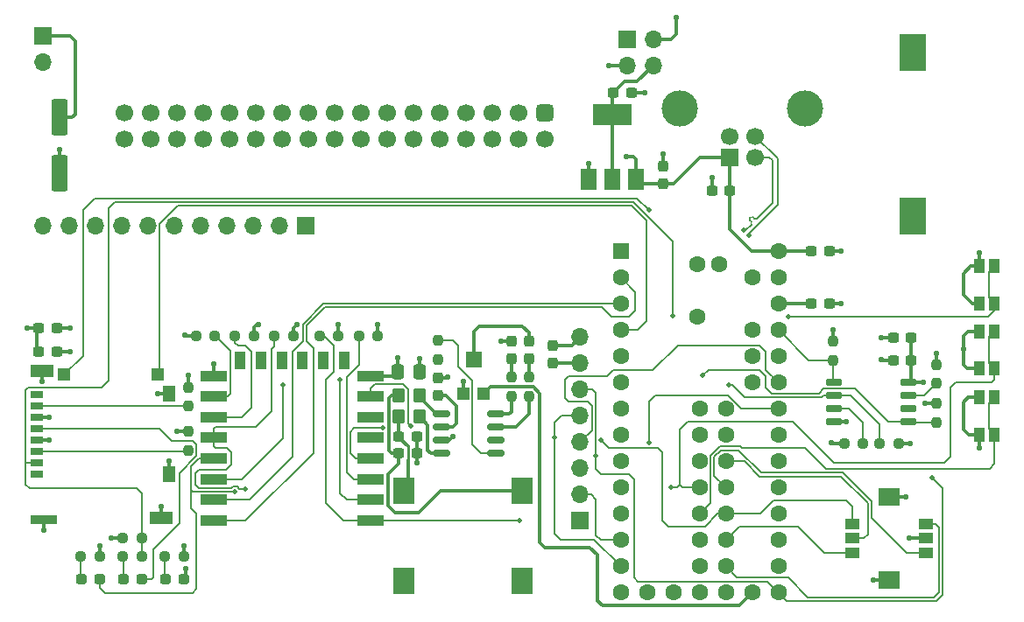
<source format=gbr>
%TF.GenerationSoftware,KiCad,Pcbnew,7.0.1*%
%TF.CreationDate,2023-04-16T22:16:48+10:00*%
%TF.ProjectId,XCopy Standalone,58436f70-7920-4537-9461-6e64616c6f6e,rev?*%
%TF.SameCoordinates,Original*%
%TF.FileFunction,Copper,L1,Top*%
%TF.FilePolarity,Positive*%
%FSLAX46Y46*%
G04 Gerber Fmt 4.6, Leading zero omitted, Abs format (unit mm)*
G04 Created by KiCad (PCBNEW 7.0.1) date 2023-04-16 22:16:48*
%MOMM*%
%LPD*%
G01*
G04 APERTURE LIST*
G04 Aperture macros list*
%AMRoundRect*
0 Rectangle with rounded corners*
0 $1 Rounding radius*
0 $2 $3 $4 $5 $6 $7 $8 $9 X,Y pos of 4 corners*
0 Add a 4 corners polygon primitive as box body*
4,1,4,$2,$3,$4,$5,$6,$7,$8,$9,$2,$3,0*
0 Add four circle primitives for the rounded corners*
1,1,$1+$1,$2,$3*
1,1,$1+$1,$4,$5*
1,1,$1+$1,$6,$7*
1,1,$1+$1,$8,$9*
0 Add four rect primitives between the rounded corners*
20,1,$1+$1,$2,$3,$4,$5,0*
20,1,$1+$1,$4,$5,$6,$7,0*
20,1,$1+$1,$6,$7,$8,$9,0*
20,1,$1+$1,$8,$9,$2,$3,0*%
G04 Aperture macros list end*
%TA.AperFunction,SMDPad,CuDef*%
%ADD10R,1.050000X1.400000*%
%TD*%
%TA.AperFunction,SMDPad,CuDef*%
%ADD11RoundRect,0.237500X0.237500X-0.300000X0.237500X0.300000X-0.237500X0.300000X-0.237500X-0.300000X0*%
%TD*%
%TA.AperFunction,SMDPad,CuDef*%
%ADD12RoundRect,0.237500X-0.250000X-0.237500X0.250000X-0.237500X0.250000X0.237500X-0.250000X0.237500X0*%
%TD*%
%TA.AperFunction,SMDPad,CuDef*%
%ADD13RoundRect,0.237500X0.300000X0.237500X-0.300000X0.237500X-0.300000X-0.237500X0.300000X-0.237500X0*%
%TD*%
%TA.AperFunction,SMDPad,CuDef*%
%ADD14RoundRect,0.237500X-0.287500X-0.237500X0.287500X-0.237500X0.287500X0.237500X-0.287500X0.237500X0*%
%TD*%
%TA.AperFunction,ComponentPad*%
%ADD15O,1.700000X1.700000*%
%TD*%
%TA.AperFunction,ComponentPad*%
%ADD16R,1.700000X1.700000*%
%TD*%
%TA.AperFunction,SMDPad,CuDef*%
%ADD17RoundRect,0.150000X-0.650000X-0.150000X0.650000X-0.150000X0.650000X0.150000X-0.650000X0.150000X0*%
%TD*%
%TA.AperFunction,ComponentPad*%
%ADD18RoundRect,0.425000X0.425000X-0.425000X0.425000X0.425000X-0.425000X0.425000X-0.425000X-0.425000X0*%
%TD*%
%TA.AperFunction,ComponentPad*%
%ADD19C,1.700000*%
%TD*%
%TA.AperFunction,SMDPad,CuDef*%
%ADD20RoundRect,0.237500X-0.237500X0.300000X-0.237500X-0.300000X0.237500X-0.300000X0.237500X0.300000X0*%
%TD*%
%TA.AperFunction,SMDPad,CuDef*%
%ADD21RoundRect,0.237500X-0.300000X-0.237500X0.300000X-0.237500X0.300000X0.237500X-0.300000X0.237500X0*%
%TD*%
%TA.AperFunction,SMDPad,CuDef*%
%ADD22RoundRect,0.237500X0.250000X0.237500X-0.250000X0.237500X-0.250000X-0.237500X0.250000X-0.237500X0*%
%TD*%
%TA.AperFunction,SMDPad,CuDef*%
%ADD23R,2.500000X1.000000*%
%TD*%
%TA.AperFunction,SMDPad,CuDef*%
%ADD24R,1.000000X1.800000*%
%TD*%
%TA.AperFunction,SMDPad,CuDef*%
%ADD25RoundRect,0.250000X-0.337500X-0.475000X0.337500X-0.475000X0.337500X0.475000X-0.337500X0.475000X0*%
%TD*%
%TA.AperFunction,SMDPad,CuDef*%
%ADD26RoundRect,0.237500X0.237500X-0.250000X0.237500X0.250000X-0.237500X0.250000X-0.237500X-0.250000X0*%
%TD*%
%TA.AperFunction,ComponentPad*%
%ADD27R,1.600000X1.600000*%
%TD*%
%TA.AperFunction,ComponentPad*%
%ADD28C,1.600000*%
%TD*%
%TA.AperFunction,SMDPad,CuDef*%
%ADD29RoundRect,0.250000X-0.550000X1.500000X-0.550000X-1.500000X0.550000X-1.500000X0.550000X1.500000X0*%
%TD*%
%TA.AperFunction,ComponentPad*%
%ADD30C,3.500000*%
%TD*%
%TA.AperFunction,SMDPad,CuDef*%
%ADD31RoundRect,0.237500X-0.237500X0.250000X-0.237500X-0.250000X0.237500X-0.250000X0.237500X0.250000X0*%
%TD*%
%TA.AperFunction,SMDPad,CuDef*%
%ADD32RoundRect,0.250000X0.350000X0.450000X-0.350000X0.450000X-0.350000X-0.450000X0.350000X-0.450000X0*%
%TD*%
%TA.AperFunction,SMDPad,CuDef*%
%ADD33R,1.350000X1.000000*%
%TD*%
%TA.AperFunction,SMDPad,CuDef*%
%ADD34R,2.000000X1.800000*%
%TD*%
%TA.AperFunction,SMDPad,CuDef*%
%ADD35RoundRect,0.150000X0.675000X0.150000X-0.675000X0.150000X-0.675000X-0.150000X0.675000X-0.150000X0*%
%TD*%
%TA.AperFunction,SMDPad,CuDef*%
%ADD36R,1.240000X0.800000*%
%TD*%
%TA.AperFunction,SMDPad,CuDef*%
%ADD37R,1.200000X1.160000*%
%TD*%
%TA.AperFunction,SMDPad,CuDef*%
%ADD38R,2.500000X0.950000*%
%TD*%
%TA.AperFunction,SMDPad,CuDef*%
%ADD39R,2.200000X1.150000*%
%TD*%
%TA.AperFunction,SMDPad,CuDef*%
%ADD40R,1.150000X1.500000*%
%TD*%
%TA.AperFunction,SMDPad,CuDef*%
%ADD41R,1.250000X1.160000*%
%TD*%
%TA.AperFunction,SMDPad,CuDef*%
%ADD42R,1.500000X2.000000*%
%TD*%
%TA.AperFunction,SMDPad,CuDef*%
%ADD43R,3.800000X2.000000*%
%TD*%
%TA.AperFunction,SMDPad,CuDef*%
%ADD44R,1.200000X1.200000*%
%TD*%
%TA.AperFunction,SMDPad,CuDef*%
%ADD45R,1.600000X1.500000*%
%TD*%
%TA.AperFunction,SMDPad,CuDef*%
%ADD46R,2.000000X2.500000*%
%TD*%
%TA.AperFunction,SMDPad,CuDef*%
%ADD47R,2.600000X3.600000*%
%TD*%
%TA.AperFunction,ViaPad*%
%ADD48C,0.460000*%
%TD*%
%TA.AperFunction,ViaPad*%
%ADD49C,0.560000*%
%TD*%
%TA.AperFunction,Conductor*%
%ADD50C,0.304800*%
%TD*%
%TA.AperFunction,Conductor*%
%ADD51C,0.152400*%
%TD*%
%TA.AperFunction,Conductor*%
%ADD52C,0.200000*%
%TD*%
%TA.AperFunction,Conductor*%
%ADD53C,0.250000*%
%TD*%
G04 APERTURE END LIST*
D10*
%TO.P,SW2,1,1*%
%TO.N,GND*%
X142922200Y-93697200D03*
X142922200Y-90097200D03*
%TO.P,SW2,2,2*%
%TO.N,ESP_RESET*%
X144362200Y-93697200D03*
X144362200Y-90097200D03*
%TD*%
D11*
%TO.P,C12,1*%
%TO.N,VBUS*%
X90598600Y-96290300D03*
%TO.P,C12,2*%
%TO.N,GND*%
X90598600Y-94565300D03*
%TD*%
D12*
%TO.P,R11,1*%
%TO.N,+3.3V*%
X60145900Y-110134400D03*
%TO.P,R11,2*%
%TO.N,SD_CS*%
X61970900Y-110134400D03*
%TD*%
D13*
%TO.P,C5,1*%
%TO.N,VBUS*%
X118800100Y-76456700D03*
%TO.P,C5,2*%
%TO.N,GND*%
X117075100Y-76456700D03*
%TD*%
D14*
%TO.P,D3,1,K*%
%TO.N,Net-(D3-K)*%
X60228400Y-114096800D03*
%TO.P,D3,2,A*%
%TO.N,SCK*%
X61978400Y-114096800D03*
%TD*%
D13*
%TO.P,C16,1*%
%TO.N,GND*%
X88540100Y-101904800D03*
%TO.P,C16,2*%
%TO.N,/Sound & Video/PAM_SPK+*%
X86815100Y-101904800D03*
%TD*%
D15*
%TO.P,U6,1,GND*%
%TO.N,GND*%
X104342300Y-90652000D03*
%TO.P,U6,2,VCC*%
%TO.N,+3V3*%
X104342300Y-93192000D03*
%TO.P,U6,3,SCL*%
%TO.N,SCK*%
X104342300Y-95732000D03*
%TO.P,U6,4,MOSI*%
%TO.N,MOSI*%
X104342300Y-98272000D03*
%TO.P,U6,5,RESET*%
%TO.N,TFT_RESET*%
X104342300Y-100812000D03*
%TO.P,U6,6,D/~{C}*%
%TO.N,TFT_DC*%
X104342300Y-103352000D03*
%TO.P,U6,7,~{CS}*%
%TO.N,TFT_CS*%
X104342300Y-105892000D03*
D16*
%TO.P,U6,8,BACK_LITE*%
%TO.N,+3V3*%
X104342300Y-108432000D03*
%TD*%
D17*
%TO.P,U4,1,~{CS}*%
%TO.N,FLASH_CS*%
X128893200Y-95046800D03*
%TO.P,U4,2,DO(IO1)*%
%TO.N,MISO*%
X128893200Y-96316800D03*
%TO.P,U4,3,IO2*%
%TO.N,Net-(U4-IO2)*%
X128893200Y-97586800D03*
%TO.P,U4,4,GND*%
%TO.N,GND*%
X128893200Y-98856800D03*
%TO.P,U4,5,DI(IO0)*%
%TO.N,MOSI*%
X136093200Y-98856800D03*
%TO.P,U4,6,CLK*%
%TO.N,SCK*%
X136093200Y-97586800D03*
%TO.P,U4,7,IO3*%
%TO.N,Net-(U4-IO3)*%
X136093200Y-96316800D03*
%TO.P,U4,8,VCC*%
%TO.N,+3.3V*%
X136093200Y-95046800D03*
%TD*%
D13*
%TO.P,C11,1*%
%TO.N,+3.3V*%
X136321250Y-90728800D03*
%TO.P,C11,2*%
%TO.N,GND*%
X134596250Y-90728800D03*
%TD*%
D10*
%TO.P,SW4,1,1*%
%TO.N,GND*%
X142922200Y-87398000D03*
X142922200Y-83798000D03*
%TO.P,SW4,2,2*%
%TO.N,TEENSY_RESET*%
X144362200Y-87398000D03*
X144362200Y-83798000D03*
%TD*%
D12*
%TO.P,R6,1*%
%TO.N,Net-(D1-K)*%
X56081900Y-111912400D03*
%TO.P,R6,2*%
%TO.N,GND*%
X57906900Y-111912400D03*
%TD*%
D18*
%TO.P,J1,1,Pin_1*%
%TO.N,GND*%
X100939600Y-68969300D03*
D19*
%TO.P,J1,2,Pin_2*%
%TO.N,DENSITY*%
X100939600Y-71509300D03*
%TO.P,J1,3,Pin_3*%
%TO.N,GND*%
X98399600Y-68969300D03*
%TO.P,J1,4,Pin_4*%
%TO.N,unconnected-(J1-Pin_4-Pad4)*%
X98399600Y-71509300D03*
%TO.P,J1,5,Pin_5*%
%TO.N,GND*%
X95859600Y-68969300D03*
%TO.P,J1,6,Pin_6*%
%TO.N,unconnected-(J1-Pin_6-Pad6)*%
X95859600Y-71509300D03*
%TO.P,J1,7,Pin_7*%
%TO.N,GND*%
X93319600Y-68969300D03*
%TO.P,J1,8,Pin_8*%
%TO.N,INDEX*%
X93319600Y-71509300D03*
%TO.P,J1,9,Pin_9*%
%TO.N,GND*%
X90779600Y-68969300D03*
%TO.P,J1,10,Pin_10*%
%TO.N,unconnected-(J1-Pin_10-Pad10)*%
X90779600Y-71509300D03*
%TO.P,J1,11,Pin_11*%
%TO.N,GND*%
X88239600Y-68969300D03*
%TO.P,J1,12,Pin_12*%
%TO.N,DRIVE_SELECT*%
X88239600Y-71509300D03*
%TO.P,J1,13,Pin_13*%
%TO.N,GND*%
X85699600Y-68969300D03*
%TO.P,J1,14,Pin_14*%
%TO.N,unconnected-(J1-Pin_14-Pad14)*%
X85699600Y-71509300D03*
%TO.P,J1,15,Pin_15*%
%TO.N,GND*%
X83159600Y-68969300D03*
%TO.P,J1,16,Pin_16*%
%TO.N,MOTOR*%
X83159600Y-71509300D03*
%TO.P,J1,17,Pin_17*%
%TO.N,GND*%
X80619600Y-68969300D03*
%TO.P,J1,18,Pin_18*%
%TO.N,DIRECTION*%
X80619600Y-71509300D03*
%TO.P,J1,19,Pin_19*%
%TO.N,GND*%
X78079600Y-68969300D03*
%TO.P,J1,20,Pin_20*%
%TO.N,STEP*%
X78079600Y-71509300D03*
%TO.P,J1,21,Pin_21*%
%TO.N,GND*%
X75539600Y-68969300D03*
%TO.P,J1,22,Pin_22*%
%TO.N,WRITE_DATA*%
X75539600Y-71509300D03*
%TO.P,J1,23,Pin_23*%
%TO.N,GND*%
X72999600Y-68969300D03*
%TO.P,J1,24,Pin_24*%
%TO.N,WRITE_ENABLE*%
X72999600Y-71509300D03*
%TO.P,J1,25,Pin_25*%
%TO.N,GND*%
X70459600Y-68969300D03*
%TO.P,J1,26,Pin_26*%
%TO.N,TRACK_0*%
X70459600Y-71509300D03*
%TO.P,J1,27,Pin_27*%
%TO.N,GND*%
X67919600Y-68969300D03*
%TO.P,J1,28,Pin_28*%
%TO.N,WRITE_PROTECT*%
X67919600Y-71509300D03*
%TO.P,J1,29,Pin_29*%
%TO.N,GND*%
X65379600Y-68969300D03*
%TO.P,J1,30,Pin_30*%
%TO.N,READ_DATA*%
X65379600Y-71509300D03*
%TO.P,J1,31,Pin_31*%
%TO.N,GND*%
X62839600Y-68969300D03*
%TO.P,J1,32,Pin_32*%
%TO.N,HEAD_SELECT*%
X62839600Y-71509300D03*
%TO.P,J1,33,Pin_33*%
%TO.N,GND*%
X60299600Y-68969300D03*
%TO.P,J1,34,Pin_34*%
%TO.N,DISK_CHANGE*%
X60299600Y-71509300D03*
%TD*%
D11*
%TO.P,C6,1*%
%TO.N,VBUS*%
X112318800Y-75843300D03*
%TO.P,C6,2*%
%TO.N,GND*%
X112318800Y-74118300D03*
%TD*%
D20*
%TO.P,C13,1*%
%TO.N,/Sound & Video/AUDIO_INP_CAP*%
X99361600Y-91008900D03*
%TO.P,C13,2*%
%TO.N,/Sound & Video/AUDIO_INP_CR*%
X99361600Y-92733900D03*
%TD*%
D21*
%TO.P,C7,1*%
%TO.N,+3V3*%
X107544700Y-67005200D03*
%TO.P,C7,2*%
%TO.N,GND*%
X109269700Y-67005200D03*
%TD*%
D22*
%TO.P,R3,1*%
%TO.N,+3V3*%
X76601300Y-90525600D03*
%TO.P,R3,2*%
%TO.N,ESP_PROG*%
X74776300Y-90525600D03*
%TD*%
D23*
%TO.P,U2,1,~{RST}*%
%TO.N,ESP_RESET*%
X84101600Y-108394800D03*
%TO.P,U2,2,ADC*%
%TO.N,/ESP8266/PH1_ADC*%
X84101600Y-106394800D03*
%TO.P,U2,3,EN*%
%TO.N,/ESP8266/ESP_ENABLE*%
X84101600Y-104394800D03*
%TO.P,U2,4,GPIO16*%
%TO.N,/ESP8266/PH11_GPIO16*%
X84101600Y-102394800D03*
%TO.P,U2,5,GPIO14*%
%TO.N,/ESP8266/PH10_GPIO14*%
X84101600Y-100394800D03*
%TO.P,U2,6,GPIO12*%
%TO.N,/ESP8266/PH9_GPIO12*%
X84101600Y-98394800D03*
%TO.P,U2,7,GPIO13*%
%TO.N,JOY_LEFT*%
X84101600Y-96394800D03*
%TO.P,U2,8,VCC*%
%TO.N,+3V3*%
X84101600Y-94394800D03*
D24*
%TO.P,U2,9,CS0*%
%TO.N,/ESP8266/PH2_CS0*%
X81501600Y-92894800D03*
%TO.P,U2,10,MISO*%
%TO.N,/ESP8266/PH3_MISO*%
X79501600Y-92894800D03*
%TO.P,U2,11,GPIO9*%
%TO.N,/ESP8266/PH4_GPIO9*%
X77501600Y-92894800D03*
%TO.P,U2,12,GPIO10*%
%TO.N,/ESP8266/PH5_GPIO10*%
X75501600Y-92894800D03*
%TO.P,U2,13,MOSI*%
%TO.N,/ESP8266/PH6_MOSI*%
X73501600Y-92894800D03*
%TO.P,U2,14,SCLK*%
%TO.N,/ESP8266/PH7_SCLK*%
X71501600Y-92894800D03*
D23*
%TO.P,U2,15,GND*%
%TO.N,GND*%
X68901600Y-94394800D03*
%TO.P,U2,16,GPIO15*%
%TO.N,/ESP8266/GPIO15*%
X68901600Y-96394800D03*
%TO.P,U2,17,GPIO2*%
%TO.N,/ESP8266/GPIO_2*%
X68901600Y-98394800D03*
%TO.P,U2,18,GPIO0*%
%TO.N,ESP_PROG*%
X68901600Y-100394800D03*
%TO.P,U2,19,GPIO4*%
%TO.N,BUSY*%
X68901600Y-102394800D03*
%TO.P,U2,20,GPIO5*%
%TO.N,/ESP8266/PH8_GPIO5*%
X68901600Y-104394800D03*
%TO.P,U2,21,GPIO3/RXD*%
%TO.N,TX*%
X68901600Y-106394800D03*
%TO.P,U2,22,GPIO1/TXD*%
%TO.N,RX*%
X68901600Y-108394800D03*
%TD*%
D25*
%TO.P,C3,1*%
%TO.N,+3V3*%
X86744900Y-94030800D03*
%TO.P,C3,2*%
%TO.N,GND*%
X88819900Y-94030800D03*
%TD*%
D13*
%TO.P,C15,1*%
%TO.N,GND*%
X88540100Y-100253800D03*
%TO.P,C15,2*%
%TO.N,/Sound & Video/PAM_SPK-*%
X86815100Y-100253800D03*
%TD*%
D16*
%TO.P,J3,1,Pin_1*%
%TO.N,VBUS*%
X52374800Y-61518800D03*
D15*
%TO.P,J3,2,Pin_2*%
%TO.N,GND*%
X52374800Y-64058800D03*
%TD*%
D22*
%TO.P,R2,1*%
%TO.N,+3V3*%
X80970100Y-90525600D03*
%TO.P,R2,2*%
%TO.N,ESP_RESET*%
X79145100Y-90525600D03*
%TD*%
D26*
%TO.P,R17,1*%
%TO.N,VBUS*%
X90573200Y-92809700D03*
%TO.P,R17,2*%
%TO.N,/Sound & Video/PAM_SD*%
X90573200Y-90984700D03*
%TD*%
D13*
%TO.P,C1,1*%
%TO.N,GND*%
X128418100Y-82346800D03*
%TO.P,C1,2*%
%TO.N,VBUS*%
X126693100Y-82346800D03*
%TD*%
D11*
%TO.P,C14,1*%
%TO.N,/Sound & Video/AUDIO_INN_CR*%
X97710600Y-92733900D03*
%TO.P,C14,2*%
%TO.N,GND*%
X97710600Y-91008900D03*
%TD*%
D22*
%TO.P,R5,1*%
%TO.N,/ESP8266/GPIO15*%
X69032100Y-90525600D03*
%TO.P,R5,2*%
%TO.N,GND*%
X67207100Y-90525600D03*
%TD*%
D27*
%TO.P,U1,1,GND*%
%TO.N,GND*%
X108251600Y-82346800D03*
D28*
%TO.P,U1,2,0_RX1_Touch*%
%TO.N,RX*%
X108251600Y-84886800D03*
%TO.P,U1,3,1_TX1_Touch*%
%TO.N,TX*%
X108251600Y-87426800D03*
%TO.P,U1,4,2*%
%TO.N,SD_CD*%
X108251600Y-89966800D03*
%TO.P,U1,5,3_TX_PWM*%
%TO.N,DISK_CHANGE*%
X108251600Y-92506800D03*
%TO.P,U1,6,4_RX_PWM*%
%TO.N,HEAD_SELECT*%
X108251600Y-95046800D03*
%TO.P,U1,7,5_TX1_PWM*%
%TO.N,READ_DATA*%
X108251600Y-97586800D03*
%TO.P,U1,8,6_PWM*%
%TO.N,WRITE_PROTECT*%
X108251600Y-100126800D03*
%TO.P,U1,9,7_RX3_DOUT*%
%TO.N,TRACK_0*%
X108251600Y-102666800D03*
%TO.P,U1,10,8_TX3_DIN*%
%TO.N,WRITE_ENABLE*%
X108251600Y-105206800D03*
%TO.P,U1,11,9_RX2_CS_PWM*%
%TO.N,WRITE_DATA*%
X108251600Y-107746800D03*
%TO.P,U1,12,10_TX2_CS_PWM*%
%TO.N,TFT_CS*%
X108251600Y-110286800D03*
%TO.P,U1,13,11_DOUT*%
%TO.N,MOSI*%
X108251600Y-112826800D03*
%TO.P,U1,14,12_DIN*%
%TO.N,MISO*%
X108251600Y-115366800D03*
%TO.P,U1,15,VBat*%
%TO.N,BAT_+*%
X110791600Y-115366800D03*
%TO.P,U1,16,3.3V*%
%TO.N,unconnected-(U1-3.3V-Pad16)*%
X113331600Y-115366800D03*
%TO.P,U1,17,GND*%
%TO.N,BAT_-*%
X115871600Y-115366800D03*
%TO.P,U1,18,Program*%
%TO.N,unconnected-(U1-Program-Pad18)*%
X118411600Y-115366800D03*
%TO.P,U1,19,A14/DAC*%
%TO.N,AUDIO_INP*%
X120951600Y-115366800D03*
%TO.P,U1,20,13_LED_SCK*%
%TO.N,SCK*%
X123491600Y-115366800D03*
%TO.P,U1,21,14_A0_SCK*%
%TO.N,DENSITY*%
X123491600Y-112826800D03*
%TO.P,U1,22,15_A1_CS_Touch*%
%TO.N,INDEX*%
X123491600Y-110286800D03*
%TO.P,U1,23,16_A2_SCL0_Touch*%
%TO.N,DRIVE_SELECT*%
X123491600Y-107746800D03*
%TO.P,U1,24,17_A3_SDA0_Touch*%
%TO.N,MOTOR*%
X123491600Y-105206800D03*
%TO.P,U1,25,18_A4_SDA0_Touch*%
%TO.N,DIRECTION*%
X123491600Y-102666800D03*
%TO.P,U1,26,19_A5_SCL0_Touch*%
%TO.N,STEP*%
X123491600Y-100126800D03*
%TO.P,U1,27,20_A6_CS_PWM*%
%TO.N,TFT_DC*%
X123491600Y-97586800D03*
%TO.P,U1,28,21_A7_RX1_CS_PWM*%
%TO.N,TFT_RESET*%
X123491600Y-95046800D03*
%TO.P,U1,29,22_A8_Touch_PWM*%
%TO.N,SD_CS*%
X123491600Y-92506800D03*
%TO.P,U1,30,23_A9_Touch_PWM*%
%TO.N,FLASH_CS*%
X123491600Y-89966800D03*
%TO.P,U1,31,3.3V*%
%TO.N,+3.3V*%
X123491600Y-87426800D03*
%TO.P,U1,32,AGND*%
%TO.N,unconnected-(U1-AGND-Pad32)*%
X123491600Y-84886800D03*
%TO.P,U1,33,Vin*%
%TO.N,VBUS*%
X123491600Y-82346800D03*
%TO.P,U1,34,VUSB*%
%TO.N,unconnected-(U1-VUSB-Pad34)*%
X120951600Y-84886800D03*
%TO.P,U1,35,AREF*%
%TO.N,unconnected-(U1-AREF-Pad35)*%
X120951600Y-89966800D03*
%TO.P,U1,36,A10*%
%TO.N,unconnected-(U1-A10-Pad36)*%
X120951600Y-92506800D03*
%TO.P,U1,37,A11*%
%TO.N,unconnected-(U1-A11-Pad37)*%
X120951600Y-95046800D03*
%TO.P,U1,38,Reset*%
%TO.N,TEENSY_RESET*%
X115641600Y-88696800D03*
%TO.P,U1,39,D-*%
%TO.N,TEENSYUSB_D-*%
X115641600Y-83616800D03*
%TO.P,U1,40,D+*%
%TO.N,TEENSYUSB_D+*%
X117771600Y-83616800D03*
%TO.P,U1,41,A13*%
%TO.N,unconnected-(U1-A13-Pad41)*%
X118411600Y-97586800D03*
%TO.P,U1,42,3.3V*%
%TO.N,unconnected-(U1-3.3V-Pad42)*%
X118411600Y-100126800D03*
%TO.P,U1,43,33_Touch*%
%TO.N,JOY_PUSH*%
X118411600Y-102666800D03*
%TO.P,U1,44,32_Touch_PWM*%
%TO.N,JOY_RIGHT*%
X118411600Y-105206800D03*
%TO.P,U1,45,31_A20_TX2*%
%TO.N,JOY_LEFT*%
X118411600Y-107746800D03*
%TO.P,U1,46,30_A19_SDA1*%
%TO.N,JOY_DOWN*%
X118411600Y-110286800D03*
%TO.P,U1,47,29_A18_SCL1*%
%TO.N,JOY_UP*%
X118411600Y-112826800D03*
%TO.P,U1,48,28_A17*%
%TO.N,TEENSY_RESET*%
X115871600Y-112826800D03*
%TO.P,U1,49,27_A16*%
%TO.N,SD_WP*%
X115871600Y-110286800D03*
%TO.P,U1,50,26_A15_RX2*%
%TO.N,ESP_PROG*%
X115871600Y-107746800D03*
%TO.P,U1,51,25_Touch_PWM*%
%TO.N,ESP_RESET*%
X115871600Y-105206800D03*
%TO.P,U1,52,24*%
%TO.N,BUSY*%
X115871600Y-102666800D03*
%TO.P,U1,53,GND*%
%TO.N,GND*%
X115871600Y-100126800D03*
%TO.P,U1,54,A12*%
%TO.N,unconnected-(U1-A12-Pad54)*%
X115871600Y-97586800D03*
%TD*%
D26*
%TO.P,R13,1*%
%TO.N,MOSI*%
X138785600Y-98905700D03*
%TO.P,R13,2*%
%TO.N,GND*%
X138785600Y-97080700D03*
%TD*%
D12*
%TO.P,R7,1*%
%TO.N,Net-(D2-K)*%
X64209900Y-111912400D03*
%TO.P,R7,2*%
%TO.N,GND*%
X66034900Y-111912400D03*
%TD*%
D20*
%TO.P,C17,1*%
%TO.N,GND*%
X101647600Y-91441100D03*
%TO.P,C17,2*%
%TO.N,+3V3*%
X101647600Y-93166100D03*
%TD*%
D29*
%TO.P,C4,1*%
%TO.N,VBUS*%
X54000400Y-69385200D03*
%TO.P,C4,2*%
%TO.N,GND*%
X54000400Y-74785200D03*
%TD*%
D10*
%TO.P,SW3,1,1*%
%TO.N,GND*%
X142922200Y-100098000D03*
X142922200Y-96498000D03*
%TO.P,SW3,2,2*%
%TO.N,ESP_PROG*%
X144362200Y-100098000D03*
X144362200Y-96498000D03*
%TD*%
D16*
%TO.P,J4,1,VBUS*%
%TO.N,VBUS*%
X118770400Y-73229800D03*
D19*
%TO.P,J4,2,D-*%
%TO.N,TEENSYUSB_D-*%
X121270400Y-73229800D03*
%TO.P,J4,3,D+*%
%TO.N,TEENSYUSB_D+*%
X121270400Y-71229800D03*
%TO.P,J4,4,GND*%
%TO.N,GND*%
X118770400Y-71229800D03*
D30*
%TO.P,J4,5,Shield*%
%TO.N,unconnected-(J4-Shield-Pad5)*%
X114000400Y-68519800D03*
X126040400Y-68519800D03*
%TD*%
D26*
%TO.P,R16,1*%
%TO.N,MOSI*%
X66443200Y-101598100D03*
%TO.P,R16,2*%
%TO.N,GND*%
X66443200Y-99773100D03*
%TD*%
D13*
%TO.P,C10,1*%
%TO.N,+3.3V*%
X136321250Y-92887800D03*
%TO.P,C10,2*%
%TO.N,GND*%
X134596250Y-92887800D03*
%TD*%
D22*
%TO.P,R1,1*%
%TO.N,+3V3*%
X84780100Y-90525600D03*
%TO.P,R1,2*%
%TO.N,/ESP8266/ESP_ENABLE*%
X82955100Y-90525600D03*
%TD*%
D21*
%TO.P,C9,1*%
%TO.N,+3.3V*%
X52017100Y-89814400D03*
%TO.P,C9,2*%
%TO.N,GND*%
X53742100Y-89814400D03*
%TD*%
%TO.P,C8,1*%
%TO.N,+3.3V*%
X52017100Y-92100400D03*
%TO.P,C8,2*%
%TO.N,GND*%
X53742100Y-92100400D03*
%TD*%
D13*
%TO.P,C2,1*%
%TO.N,GND*%
X128418100Y-87426800D03*
%TO.P,C2,2*%
%TO.N,+3.3V*%
X126693100Y-87426800D03*
%TD*%
D31*
%TO.P,R8,1*%
%TO.N,+3.3V*%
X128794800Y-91060900D03*
%TO.P,R8,2*%
%TO.N,FLASH_CS*%
X128794800Y-92885900D03*
%TD*%
D16*
%TO.P,J2,1,Pin_1*%
%TO.N,/ESP8266/PH1_ADC*%
X77771600Y-79908400D03*
D15*
%TO.P,J2,2,Pin_2*%
%TO.N,/ESP8266/PH2_CS0*%
X75231600Y-79908400D03*
%TO.P,J2,3,Pin_3*%
%TO.N,/ESP8266/PH3_MISO*%
X72691600Y-79908400D03*
%TO.P,J2,4,Pin_4*%
%TO.N,/ESP8266/PH4_GPIO9*%
X70151600Y-79908400D03*
%TO.P,J2,5,Pin_5*%
%TO.N,/ESP8266/PH5_GPIO10*%
X67611600Y-79908400D03*
%TO.P,J2,6,Pin_6*%
%TO.N,/ESP8266/PH6_MOSI*%
X65071600Y-79908400D03*
%TO.P,J2,7,Pin_7*%
%TO.N,/ESP8266/PH7_SCLK*%
X62531600Y-79908400D03*
%TO.P,J2,8,Pin_8*%
%TO.N,/ESP8266/PH8_GPIO5*%
X59991600Y-79908400D03*
%TO.P,J2,9,Pin_9*%
%TO.N,/ESP8266/PH9_GPIO12*%
X57451600Y-79908400D03*
%TO.P,J2,10,Pin_10*%
%TO.N,/ESP8266/PH10_GPIO14*%
X54911600Y-79908400D03*
%TO.P,J2,11,Pin_11*%
%TO.N,/ESP8266/PH11_GPIO16*%
X52371600Y-79908400D03*
%TD*%
D16*
%TO.P,J5,1,Pin_1*%
%TO.N,GND*%
X108859400Y-61823600D03*
D15*
%TO.P,J5,2,Pin_2*%
%TO.N,VBUS*%
X111399400Y-61823600D03*
%TO.P,J5,3,Pin_3*%
%TO.N,+3.3V*%
X108859400Y-64363600D03*
%TO.P,J5,4,Pin_4*%
%TO.N,+3V3*%
X111399400Y-64363600D03*
%TD*%
D12*
%TO.P,R14,1*%
%TO.N,Net-(D3-K)*%
X60145900Y-111912400D03*
%TO.P,R14,2*%
%TO.N,SD_CS*%
X61970900Y-111912400D03*
%TD*%
D32*
%TO.P,FB2,1*%
%TO.N,/Sound & Video/PAM_OUT-*%
X88820600Y-98348800D03*
%TO.P,FB2,2*%
%TO.N,/Sound & Video/PAM_SPK-*%
X86820600Y-98348800D03*
%TD*%
D33*
%TO.P,SW1,1,A*%
%TO.N,JOY_LEFT*%
X130638600Y-108734400D03*
%TO.P,SW1,2,Center*%
%TO.N,JOY_PUSH*%
X130638600Y-110134400D03*
%TO.P,SW1,3,C*%
%TO.N,JOY_DOWN*%
X130638600Y-111534400D03*
%TO.P,SW1,4,B*%
%TO.N,JOY_UP*%
X137788600Y-108734400D03*
%TO.P,SW1,5,COM*%
%TO.N,GND*%
X137788600Y-110134400D03*
%TO.P,SW1,6,D*%
%TO.N,JOY_RIGHT*%
X137788600Y-111534400D03*
D34*
%TO.P,SW1,7,SH2*%
%TO.N,GND*%
X134213600Y-106084400D03*
%TO.P,SW1,8,SH1*%
X134213600Y-114184400D03*
%TD*%
D31*
%TO.P,R10,1*%
%TO.N,+3.3V*%
X138785600Y-93321500D03*
%TO.P,R10,2*%
%TO.N,Net-(U4-IO3)*%
X138785600Y-95146500D03*
%TD*%
D35*
%TO.P,U5,1,~{SD}*%
%TO.N,/Sound & Video/PAM_SD*%
X96144600Y-101879400D03*
%TO.P,U5,2,NC*%
%TO.N,unconnected-(U5-NC-Pad2)*%
X96144600Y-100609400D03*
%TO.P,U5,3,IN+*%
%TO.N,/Sound & Video/PAM_IN+*%
X96144600Y-99339400D03*
%TO.P,U5,4,IN-*%
%TO.N,/Sound & Video/PAM_IN-*%
X96144600Y-98069400D03*
%TO.P,U5,5,OUT+*%
%TO.N,/Sound & Video/PAM_OUT+*%
X90894600Y-98069400D03*
%TO.P,U5,6,VDD*%
%TO.N,VBUS*%
X90894600Y-99339400D03*
%TO.P,U5,7,GND*%
%TO.N,GND*%
X90894600Y-100609400D03*
%TO.P,U5,8,OUT-*%
%TO.N,/Sound & Video/PAM_OUT-*%
X90894600Y-101879400D03*
%TD*%
D12*
%TO.P,R9,1*%
%TO.N,+3.3V*%
X129848600Y-100914200D03*
%TO.P,R9,2*%
%TO.N,Net-(U4-IO2)*%
X131673600Y-100914200D03*
%TD*%
%TO.P,R12,1*%
%TO.N,MISO*%
X133301100Y-100939600D03*
%TO.P,R12,2*%
%TO.N,GND*%
X135126100Y-100939600D03*
%TD*%
D31*
%TO.P,R19,1*%
%TO.N,/Sound & Video/AUDIO_INN_CR*%
X97710600Y-94514900D03*
%TO.P,R19,2*%
%TO.N,/Sound & Video/PAM_IN-*%
X97710600Y-96339900D03*
%TD*%
D22*
%TO.P,R4,1*%
%TO.N,+3V3*%
X72791300Y-90525600D03*
%TO.P,R4,2*%
%TO.N,/ESP8266/GPIO_2*%
X70966300Y-90525600D03*
%TD*%
D32*
%TO.P,FB1,1*%
%TO.N,/Sound & Video/PAM_OUT+*%
X88820600Y-96316800D03*
%TO.P,FB1,2*%
%TO.N,/Sound & Video/PAM_SPK+*%
X86820600Y-96316800D03*
%TD*%
D26*
%TO.P,R15,1*%
%TO.N,MISO*%
X66494000Y-97330900D03*
%TO.P,R15,2*%
%TO.N,GND*%
X66494000Y-95505900D03*
%TD*%
D36*
%TO.P,J6,1,DATA2*%
%TO.N,unconnected-(J6-DATA2-Pad1)*%
X51846600Y-103941200D03*
%TO.P,J6,2,CD/DAT3*%
%TO.N,SD_CS*%
X51846600Y-102841200D03*
%TO.P,J6,3,CMD*%
%TO.N,MOSI*%
X51846600Y-101741200D03*
%TO.P,J6,4,VDD*%
%TO.N,+3.3V*%
X51846600Y-100641200D03*
%TO.P,J6,5,CLK*%
%TO.N,SCK*%
X51846600Y-99541200D03*
%TO.P,J6,6,VSS*%
%TO.N,GND*%
X51846600Y-98441200D03*
%TO.P,J6,7,DAT0*%
%TO.N,MISO*%
X51846600Y-97341200D03*
%TO.P,J6,8,DAT1*%
%TO.N,unconnected-(J6-DAT1-Pad8)*%
X51846600Y-96241200D03*
D37*
%TO.P,J6,DET_T,DETECT_TERM*%
%TO.N,SD_CD*%
X63476600Y-94301200D03*
D38*
%TO.P,J6,SH1,SHIELD*%
%TO.N,GND*%
X52476600Y-108286200D03*
D39*
%TO.P,J6,SH2,SHIELD*%
X52326600Y-93896200D03*
D40*
%TO.P,J6,SH3,SHIELD*%
X64601600Y-96101200D03*
%TO.P,J6,SH4,SHIELD*%
X64601600Y-103881200D03*
D39*
%TO.P,J6,SH5,SHIELD*%
X63806600Y-108186200D03*
D41*
%TO.P,J6,SW_T,SWITCH_TERM*%
%TO.N,SD_WP*%
X54476600Y-94301200D03*
%TD*%
D42*
%TO.P,U3,1,GND*%
%TO.N,GND*%
X105142000Y-75387600D03*
%TO.P,U3,2,VO*%
%TO.N,+3V3*%
X107442000Y-75387600D03*
D43*
X107442000Y-69087600D03*
D42*
%TO.P,U3,3,VI*%
%TO.N,VBUS*%
X109742000Y-75387600D03*
%TD*%
D44*
%TO.P,RV1,1,1*%
%TO.N,GND*%
X93027600Y-96084800D03*
D45*
%TO.P,RV1,2,2*%
%TO.N,/Sound & Video/AUDIO_INP_CAP*%
X94027600Y-92834800D03*
D44*
%TO.P,RV1,3,3*%
%TO.N,AUDIO_INP*%
X95027600Y-96084800D03*
%TD*%
D14*
%TO.P,D1,1,K*%
%TO.N,Net-(D1-K)*%
X56164400Y-114096800D03*
%TO.P,D1,2,A*%
%TO.N,BUSY*%
X57914400Y-114096800D03*
%TD*%
D31*
%TO.P,R18,1*%
%TO.N,/Sound & Video/AUDIO_INP_CR*%
X99361600Y-94514900D03*
%TO.P,R18,2*%
%TO.N,/Sound & Video/PAM_IN+*%
X99361600Y-96339900D03*
%TD*%
D14*
%TO.P,D2,1,K*%
%TO.N,Net-(D2-K)*%
X64292400Y-114096800D03*
%TO.P,D2,2,A*%
%TO.N,+3.3V*%
X66042400Y-114096800D03*
%TD*%
D46*
%TO.P,LS1,1,1*%
%TO.N,unconnected-(LS1-Pad1)*%
X98711600Y-114255800D03*
%TO.P,LS1,4,4*%
%TO.N,unconnected-(LS1-Pad4)*%
X87311600Y-114255800D03*
%TO.P,LS1,IN+,IN+*%
%TO.N,/Sound & Video/PAM_SPK+*%
X98711600Y-105555800D03*
%TO.P,LS1,IN-,IN-*%
%TO.N,/Sound & Video/PAM_SPK-*%
X87311600Y-105555800D03*
%TD*%
D47*
%TO.P,BT1,1,+*%
%TO.N,BAT_+*%
X136448800Y-63119200D03*
%TO.P,BT1,2,-*%
%TO.N,BAT_-*%
X136448800Y-78919200D03*
%TD*%
D48*
%TO.N,BAT_+*%
X136448800Y-63119200D03*
%TO.N,BAT_-*%
X136448800Y-78919200D03*
D49*
%TO.N,GND*%
X129540000Y-87426800D03*
X52476400Y-109372400D03*
X64617600Y-102616000D03*
X110591600Y-67005200D03*
X66127738Y-90488662D03*
X52984400Y-98450400D03*
X117094000Y-75210400D03*
X88544400Y-102819200D03*
X55067200Y-92100400D03*
X54000400Y-72491600D03*
X52324000Y-94948300D03*
X57912000Y-110845600D03*
X133451600Y-90728800D03*
X96672400Y-91033200D03*
X142900400Y-101396800D03*
X112318800Y-72948800D03*
X141376400Y-91846400D03*
X66040000Y-110845600D03*
X135788400Y-106121200D03*
X92075000Y-100253800D03*
X68896338Y-93257262D03*
X55067200Y-89814400D03*
X137668000Y-97078800D03*
X91541600Y-94538800D03*
X66497200Y-94386400D03*
X63500000Y-96113600D03*
X142900400Y-82499200D03*
X65328800Y-99771200D03*
X133451600Y-92862400D03*
X129540000Y-82346800D03*
X105156000Y-73834700D03*
X88819900Y-92731500D03*
X132689600Y-114198400D03*
X63804800Y-107086400D03*
X93014800Y-94945200D03*
X136194800Y-100939600D03*
X136147786Y-110134400D03*
X130022600Y-98856800D03*
%TO.N,VBUS*%
X90573200Y-92809700D03*
X90598600Y-96290300D03*
X113639600Y-59690000D03*
X108762800Y-73202800D03*
%TO.N,+3V3*%
X107442000Y-75222299D03*
X86744900Y-92629900D03*
X76962000Y-89408000D03*
X80960462Y-89422738D03*
X84785200Y-89408000D03*
X73241260Y-89420340D03*
%TO.N,+3.3V*%
X50901600Y-89814400D03*
X52984400Y-100634800D03*
X128778000Y-89966800D03*
X128625600Y-100888800D03*
X59029600Y-110134400D03*
X138785600Y-92202000D03*
X107137200Y-64363600D03*
X137515600Y-95046800D03*
X66192400Y-113030000D03*
D48*
%TO.N,BUSY*%
X70990528Y-105618633D03*
%TO.N,SCK*%
X51846600Y-99541200D03*
X138328400Y-104292400D03*
X105820900Y-102158800D03*
X136093200Y-97586800D03*
%TO.N,TEENSYUSB_D-*%
X120172466Y-80290288D03*
%TO.N,TEENSYUSB_D+*%
X120674512Y-80792334D03*
%TO.N,SD_CS*%
X113280800Y-88595200D03*
%TO.N,MOSI*%
X51846600Y-101741200D03*
X116176400Y-94386400D03*
X101881700Y-100377000D03*
%TO.N,MISO*%
X118716400Y-95300800D03*
X51846600Y-97341200D03*
%TO.N,SD_WP*%
X110996785Y-78382415D03*
%TO.N,ESP_RESET*%
X113131600Y-105206800D03*
X98501200Y-108407200D03*
%TO.N,ESP_PROG*%
X71996582Y-105321383D03*
%TO.N,JOY_LEFT*%
X87972804Y-99261315D03*
X106326600Y-100610550D03*
%TO.N,TEENSY_RESET*%
X124460000Y-88696800D03*
%TO.N,TFT_DC*%
X110998000Y-100888800D03*
%TO.N,/ESP8266/PH1_ADC*%
X81127600Y-94792800D03*
%TO.N,/ESP8266/PH2_CS0*%
X81501600Y-92894800D03*
%TO.N,/ESP8266/PH3_MISO*%
X79501600Y-92894800D03*
%TO.N,/ESP8266/PH4_GPIO9*%
X77501600Y-92894800D03*
%TO.N,/ESP8266/PH5_GPIO10*%
X75501600Y-92894800D03*
%TO.N,/ESP8266/PH6_MOSI*%
X73501600Y-92894800D03*
%TO.N,/ESP8266/PH7_SCLK*%
X71501600Y-92894800D03*
%TO.N,/ESP8266/PH11_GPIO16*%
X85242400Y-99465298D03*
%TO.N,/ESP8266/PH10_GPIO14*%
X84101600Y-100376500D03*
%TO.N,/ESP8266/PH9_GPIO12*%
X84101600Y-98394800D03*
%TO.N,/ESP8266/PH8_GPIO5*%
X75590400Y-95250000D03*
%TD*%
D50*
%TO.N,GND*%
X105142000Y-75387600D02*
X105142000Y-73848700D01*
X142922200Y-90097200D02*
X141804800Y-90097200D01*
X64601600Y-103881200D02*
X64601600Y-102632000D01*
X142922200Y-101375000D02*
X142900400Y-101396800D01*
X142922200Y-83798000D02*
X142109600Y-83798000D01*
X117075100Y-76456700D02*
X117075100Y-75229300D01*
X52326600Y-94945700D02*
X52324000Y-94948300D01*
X128893200Y-98856800D02*
X130022600Y-98856800D01*
X142922200Y-83798000D02*
X142922200Y-82521000D01*
X141906400Y-100098000D02*
X141376400Y-99568000D01*
X66443200Y-99773100D02*
X65330700Y-99773100D01*
X137669900Y-97080700D02*
X137668000Y-97078800D01*
X135751600Y-106084400D02*
X135788400Y-106121200D01*
X66164676Y-90525600D02*
X66127738Y-90488662D01*
X92075000Y-100253800D02*
X91719400Y-100609400D01*
X141376400Y-96977200D02*
X141855600Y-96498000D01*
X141478000Y-93421200D02*
X141376400Y-93319600D01*
X88540100Y-100253800D02*
X88540100Y-101904800D01*
X134596250Y-90728800D02*
X133451600Y-90728800D01*
X141376400Y-84531200D02*
X141376400Y-86563200D01*
X135126100Y-100939600D02*
X136194800Y-100939600D01*
X88819900Y-92731500D02*
X88819900Y-94030800D01*
X52476600Y-108286200D02*
X52476600Y-109372200D01*
X52476600Y-109372200D02*
X52476400Y-109372400D01*
X93027600Y-96084800D02*
X93027600Y-94958000D01*
X97710600Y-91008900D02*
X96696700Y-91008900D01*
X137788600Y-110134400D02*
X136147786Y-110134400D01*
X138785600Y-97080700D02*
X137669900Y-97080700D01*
X142922200Y-82521000D02*
X142900400Y-82499200D01*
X133477000Y-92887800D02*
X133451600Y-92862400D01*
X51846600Y-98441200D02*
X52975200Y-98441200D01*
X93027600Y-95974000D02*
X93014800Y-95961200D01*
X68901600Y-93262524D02*
X68896338Y-93257262D01*
X64601600Y-96101200D02*
X63512400Y-96101200D01*
X57906900Y-110850700D02*
X57912000Y-110845600D01*
X134213600Y-114184400D02*
X132703600Y-114184400D01*
X142922200Y-93697200D02*
X141754000Y-93697200D01*
X142922200Y-100098000D02*
X142922200Y-101375000D01*
X141855600Y-96498000D02*
X142922200Y-96498000D01*
X134213600Y-106084400D02*
X135751600Y-106084400D01*
X141376400Y-90525600D02*
X141376400Y-91846400D01*
X101647600Y-91441100D02*
X103553200Y-91441100D01*
X68901600Y-94394800D02*
X68901600Y-93262524D01*
X66494000Y-94389600D02*
X66497200Y-94386400D01*
X52326600Y-93896200D02*
X52326600Y-94945700D01*
X88540100Y-102814900D02*
X88544400Y-102819200D01*
X117075100Y-75229300D02*
X117094000Y-75210400D01*
X128418100Y-82346800D02*
X129540000Y-82346800D01*
X90598600Y-94565300D02*
X91515100Y-94565300D01*
X63806600Y-107088200D02*
X63804800Y-107086400D01*
X63512400Y-96101200D02*
X63500000Y-96113600D01*
X141804800Y-90097200D02*
X141376400Y-90525600D01*
X53742100Y-92100400D02*
X55067200Y-92100400D01*
X54000400Y-74785200D02*
X54000400Y-72491600D01*
X141754000Y-93697200D02*
X141478000Y-93421200D01*
X128418100Y-87426800D02*
X129540000Y-87426800D01*
X53742100Y-89814400D02*
X55067200Y-89814400D01*
X105142000Y-73848700D02*
X105156000Y-73834700D01*
X142211200Y-87398000D02*
X142922200Y-87398000D01*
X65330700Y-99773100D02*
X65328800Y-99771200D01*
X57906900Y-111963200D02*
X57906900Y-110850700D01*
X66034900Y-111912400D02*
X66034900Y-110850700D01*
X109269700Y-67005200D02*
X110591600Y-67005200D01*
X132703600Y-114184400D02*
X132689600Y-114198400D01*
X134596250Y-92887800D02*
X133477000Y-92887800D01*
X112318800Y-74118300D02*
X112318800Y-72948800D01*
X66494000Y-95505900D02*
X66494000Y-94389600D01*
X141376400Y-86563200D02*
X142211200Y-87398000D01*
X52975200Y-98441200D02*
X52984400Y-98450400D01*
X103553200Y-91441100D02*
X104342300Y-90652000D01*
X142922200Y-100098000D02*
X141906400Y-100098000D01*
X63806600Y-108186200D02*
X63806600Y-107088200D01*
X66034900Y-110850700D02*
X66040000Y-110845600D01*
X141376400Y-99568000D02*
X141376400Y-96977200D01*
X64601600Y-102632000D02*
X64617600Y-102616000D01*
X88540100Y-101904800D02*
X88540100Y-102814900D01*
X142109600Y-83798000D02*
X141376400Y-84531200D01*
X91719400Y-100609400D02*
X90894600Y-100609400D01*
X67207100Y-90525600D02*
X66164676Y-90525600D01*
X141376400Y-93319600D02*
X141376400Y-91846400D01*
%TO.N,VBUS*%
X118770400Y-76427000D02*
X118770400Y-73229800D01*
X123491600Y-82346800D02*
X126518100Y-82346800D01*
X118800100Y-76456700D02*
X118770400Y-76427000D01*
X112318800Y-75843300D02*
X110197700Y-75843300D01*
X92075000Y-99339400D02*
X92405200Y-99009200D01*
X113639600Y-59690000D02*
X113639600Y-61341000D01*
X90894600Y-99339400D02*
X92075000Y-99339400D01*
X108762800Y-73202800D02*
X109474000Y-73202800D01*
X90894600Y-99339400D02*
X90629099Y-99339400D01*
X55227200Y-69385200D02*
X55524400Y-69088000D01*
X109742000Y-73470800D02*
X109742000Y-75387600D01*
X54000400Y-69385200D02*
X55227200Y-69385200D01*
X110197700Y-75843300D02*
X109742000Y-75387600D01*
X92405200Y-99009200D02*
X92405200Y-97332800D01*
X55016400Y-61518800D02*
X52374800Y-61518800D01*
X113639600Y-61341000D02*
X113157000Y-61823600D01*
X113335900Y-75843300D02*
X115949400Y-73229800D01*
X118800100Y-76456700D02*
X118800100Y-80242900D01*
X112318800Y-75843300D02*
X113335900Y-75843300D01*
X55524400Y-62026800D02*
X55016400Y-61518800D01*
X109474000Y-73202800D02*
X109742000Y-73470800D01*
X118800100Y-80242900D02*
X120904000Y-82346800D01*
X120904000Y-82346800D02*
X123491600Y-82346800D01*
X92405200Y-97332800D02*
X91362700Y-96290300D01*
X91362700Y-96290300D02*
X90598600Y-96290300D01*
X113157000Y-61823600D02*
X111399400Y-61823600D01*
X115949400Y-73229800D02*
X118770400Y-73229800D01*
X55524400Y-69088000D02*
X55524400Y-62026800D01*
%TO.N,+3V3*%
X86380900Y-94394800D02*
X86744900Y-94030800D01*
X84780100Y-90525600D02*
X84780100Y-89413100D01*
X108610400Y-65938400D02*
X109824600Y-65938400D01*
X107544700Y-67005200D02*
X108610400Y-65939500D01*
X73088860Y-89420340D02*
X73241260Y-89420340D01*
X84101600Y-94394800D02*
X86380900Y-94394800D01*
X76601300Y-90525600D02*
X76601300Y-89768700D01*
X108610400Y-65939500D02*
X108610400Y-65938400D01*
X109824600Y-65938400D02*
X111399400Y-64363600D01*
X72791300Y-89717900D02*
X73088860Y-89420340D01*
X101673500Y-93192000D02*
X101647600Y-93166100D01*
X107442000Y-75222299D02*
X107442000Y-69087600D01*
X107442000Y-67107900D02*
X107544700Y-67005200D01*
X72791300Y-90525600D02*
X72791300Y-89717900D01*
X107442000Y-69087600D02*
X107442000Y-67107900D01*
X104342300Y-93192000D02*
X101673500Y-93192000D01*
X80970100Y-89432376D02*
X80960462Y-89422738D01*
X84780100Y-89413100D02*
X84785200Y-89408000D01*
X86744900Y-92629900D02*
X86744900Y-94030800D01*
X80970100Y-90525600D02*
X80970100Y-89432376D01*
X76601300Y-89768700D02*
X76962000Y-89408000D01*
%TO.N,+3.3V*%
X123491600Y-87426800D02*
X126518100Y-87426800D01*
X52017100Y-89814400D02*
X50901600Y-89814400D01*
X108859400Y-64363600D02*
X107137200Y-64363600D01*
X136321250Y-92887800D02*
X136321250Y-94818750D01*
X51842100Y-89814400D02*
X51842100Y-92100400D01*
X66198200Y-113035800D02*
X66192400Y-113030000D01*
X138785600Y-93321500D02*
X138785600Y-92202000D01*
X128794800Y-91060900D02*
X128794800Y-89983600D01*
X128794800Y-89983600D02*
X128778000Y-89966800D01*
X136321250Y-90728800D02*
X136321250Y-92887800D01*
X60298300Y-110134400D02*
X59029600Y-110134400D01*
X51846600Y-100641200D02*
X52978000Y-100641200D01*
X136321250Y-94818750D02*
X136093200Y-95046800D01*
X66198200Y-114096800D02*
X66198200Y-113035800D01*
X136093200Y-95046800D02*
X137515600Y-95046800D01*
X128651000Y-100914200D02*
X128625600Y-100888800D01*
X52978000Y-100641200D02*
X52984400Y-100634800D01*
X129848600Y-100914200D02*
X128651000Y-100914200D01*
D51*
%TO.N,Net-(D1-K)*%
X56081900Y-111963200D02*
X56081900Y-114094900D01*
%TO.N,BUSY*%
X66849600Y-115417600D02*
X67256000Y-115011200D01*
X66748000Y-103124000D02*
X67477200Y-102394800D01*
X66748000Y-107188000D02*
X66748000Y-105460800D01*
X57914400Y-114096800D02*
X57914400Y-114912000D01*
X70985095Y-105613200D02*
X70990528Y-105618633D01*
X67477200Y-102394800D02*
X68901600Y-102394800D01*
X57914400Y-114912000D02*
X58420000Y-115417600D01*
X66748000Y-105460800D02*
X66748000Y-103124000D01*
X67256000Y-107696000D02*
X66748000Y-107188000D01*
X66900400Y-105613200D02*
X70985095Y-105613200D01*
X66748000Y-105460800D02*
X66900400Y-105613200D01*
X58420000Y-115417600D02*
X66849600Y-115417600D01*
X67256000Y-115011200D02*
X67256000Y-107696000D01*
%TO.N,Net-(D2-K)*%
X64209900Y-111963200D02*
X64209900Y-114085900D01*
%TO.N,Net-(D3-K)*%
X60228400Y-114096800D02*
X60228400Y-111994900D01*
X60228400Y-111994900D02*
X60145900Y-111912400D01*
%TO.N,SCK*%
X109524800Y-104394000D02*
X109524800Y-113893600D01*
X63676400Y-99541200D02*
X51846600Y-99541200D01*
X67205200Y-102168431D02*
X67205200Y-101041200D01*
X64820800Y-100685600D02*
X63676400Y-99541200D01*
X105820900Y-103433300D02*
X106324400Y-103936800D01*
X109067600Y-103936800D02*
X109524800Y-104394000D01*
X63039600Y-113944400D02*
X63039600Y-111201200D01*
X139341200Y-105305200D02*
X138328400Y-104292400D01*
X104342300Y-95732000D02*
X105536400Y-95732000D01*
X124291599Y-116166799D02*
X138798401Y-116166799D01*
X122415400Y-114290600D02*
X123491600Y-115366800D01*
X62887200Y-114096800D02*
X63039600Y-113944400D01*
X105820900Y-102158800D02*
X105820900Y-103433300D01*
X116319400Y-114290600D02*
X116328800Y-114300000D01*
X63039600Y-111201200D02*
X65579600Y-108661200D01*
X106324400Y-103936800D02*
X109067600Y-103936800D01*
X109921800Y-114290600D02*
X116319400Y-114290600D01*
X116338200Y-114290600D02*
X122415400Y-114290600D01*
X116328800Y-114300000D02*
X116338200Y-114290600D01*
X65579600Y-103794032D02*
X67205200Y-102168431D01*
X138798401Y-116166799D02*
X139341200Y-115624000D01*
X105536400Y-95732000D02*
X105820900Y-96016500D01*
X62185000Y-114096800D02*
X62887200Y-114096800D01*
X123491600Y-115366800D02*
X124291599Y-116166799D01*
X65579600Y-108661200D02*
X65579600Y-103794032D01*
X109524800Y-113893600D02*
X109921800Y-114290600D01*
X67205200Y-101041200D02*
X66849600Y-100685600D01*
X139341200Y-115624000D02*
X139341200Y-105305200D01*
X66849600Y-100685600D02*
X64820800Y-100685600D01*
X105820900Y-96016500D02*
X105820900Y-102158800D01*
D50*
%TO.N,/Sound & Video/PAM_OUT+*%
X88820600Y-96440600D02*
X88820600Y-96316800D01*
X90894600Y-98069400D02*
X90449400Y-98069400D01*
X90449400Y-98069400D02*
X88820600Y-96440600D01*
X90894600Y-97958045D02*
X90894600Y-98069400D01*
%TO.N,/Sound & Video/PAM_OUT-*%
X88820600Y-98348800D02*
X89611200Y-99139400D01*
X89611200Y-99139400D02*
X89611200Y-101600000D01*
X89611200Y-101600000D02*
X89890600Y-101879400D01*
X89890600Y-101879400D02*
X90894600Y-101879400D01*
D52*
%TO.N,TEENSYUSB_D-*%
X122965000Y-77681601D02*
X121456100Y-79190501D01*
X121173256Y-79190501D02*
X121173257Y-79190501D01*
X120356313Y-80290288D02*
X120172466Y-80290288D01*
X120761030Y-79343958D02*
X120890414Y-79473342D01*
X120890413Y-79756185D02*
X120356313Y-80290288D01*
X120761029Y-79061117D02*
X120761030Y-79061116D01*
X121270400Y-73229800D02*
X122634003Y-73229800D01*
X122965000Y-73560797D02*
X122965000Y-77681601D01*
X121173257Y-79190501D02*
X121043872Y-79061116D01*
X122634003Y-73229800D02*
X122965000Y-73560797D01*
X121043920Y-79061068D02*
G75*
G03*
X120761030Y-79061118I-141420J-141432D01*
G01*
X121173257Y-79190500D02*
G75*
G03*
X121456099Y-79190500I141421J141421D01*
G01*
X120890450Y-79756221D02*
G75*
G03*
X120890413Y-79473343I-141450J141421D01*
G01*
X120760993Y-79061079D02*
G75*
G03*
X120761030Y-79343958I141507J-141421D01*
G01*
%TO.N,TEENSYUSB_D+*%
X123415000Y-73374400D02*
X123415000Y-77867999D01*
X123415000Y-77867999D02*
X120674512Y-80608487D01*
X121270400Y-71229800D02*
X123415000Y-73374400D01*
X120674512Y-80608487D02*
X120674512Y-80792334D01*
D51*
%TO.N,SD_CS*%
X109470800Y-77571600D02*
X113280800Y-81381600D01*
X61970900Y-105760500D02*
X61468000Y-105257600D01*
X61970900Y-110134400D02*
X61970900Y-105760500D01*
X58721600Y-78181200D02*
X59331200Y-77571600D01*
X51846600Y-102841200D02*
X50774800Y-102841200D01*
X59331200Y-77571600D02*
X109470800Y-77571600D01*
X61468000Y-105257600D02*
X51104800Y-105257600D01*
X58112000Y-95504000D02*
X58721600Y-94894400D01*
X50746000Y-104898800D02*
X50746000Y-102870000D01*
X58721600Y-94894400D02*
X58721600Y-78181200D01*
X51104800Y-105257600D02*
X50746000Y-104898800D01*
X50774800Y-102841200D02*
X50746000Y-102870000D01*
X51011400Y-95504000D02*
X58112000Y-95504000D01*
X50746000Y-95769400D02*
X51011400Y-95504000D01*
X113280800Y-81381600D02*
X113280800Y-88595200D01*
X61970900Y-111912400D02*
X61970900Y-110134400D01*
X50746000Y-102870000D02*
X50746000Y-95769400D01*
%TO.N,MOSI*%
X101881700Y-100377000D02*
X101881700Y-109654100D01*
X101881700Y-98930700D02*
X102540400Y-98272000D01*
X102540400Y-98272000D02*
X104342300Y-98272000D01*
X66443200Y-101598100D02*
X66300100Y-101741200D01*
X116735200Y-93827600D02*
X121641977Y-93827600D01*
X127887800Y-95623000D02*
X130885000Y-95623000D01*
X122275600Y-94461223D02*
X122275600Y-95567632D01*
X101881700Y-109654100D02*
X102463600Y-110236000D01*
X138785600Y-98905700D02*
X136142100Y-98905700D01*
X134118800Y-98856800D02*
X136093200Y-98856800D01*
X127387800Y-96123000D02*
X127887800Y-95623000D01*
X102463600Y-110236000D02*
X105660800Y-110236000D01*
X122275600Y-95567632D02*
X122830968Y-96123000D01*
X116176400Y-94386400D02*
X116735200Y-93827600D01*
X130885000Y-95623000D02*
X134118800Y-98856800D01*
X121641977Y-93827600D02*
X122275600Y-94461223D01*
X66300100Y-101741200D02*
X51846600Y-101741200D01*
X101881700Y-100377000D02*
X101881700Y-98930700D01*
X122830968Y-96123000D02*
X127387800Y-96123000D01*
X105660800Y-110236000D02*
X108251600Y-112826800D01*
X136142100Y-98905700D02*
X136093200Y-98856800D01*
%TO.N,MISO*%
X133301100Y-99112700D02*
X130505200Y-96316800D01*
X119024400Y-95300800D02*
X118716400Y-95300800D01*
X127870400Y-96316800D02*
X128893200Y-96316800D01*
X66483700Y-97341200D02*
X66494000Y-97330900D01*
X51846600Y-97341200D02*
X66483700Y-97341200D01*
X119024400Y-95300800D02*
X120199000Y-96475400D01*
X133301100Y-100939600D02*
X133301100Y-99112700D01*
X127711800Y-96475400D02*
X127870400Y-96316800D01*
X120199000Y-96475400D02*
X127711800Y-96475400D01*
X130505200Y-96316800D02*
X128893200Y-96316800D01*
%TO.N,SD_WP*%
X109826498Y-77219200D02*
X57448400Y-77219200D01*
X57448400Y-77219200D02*
X56325400Y-78342200D01*
X110989713Y-78382415D02*
X110996785Y-78382415D01*
X109826498Y-77219200D02*
X110989713Y-78382415D01*
X56325400Y-78342200D02*
X56325400Y-92452400D01*
X56325400Y-92452400D02*
X54476600Y-94301200D01*
%TO.N,SD_CD*%
X109880400Y-89966800D02*
X108251600Y-89966800D01*
X110740800Y-79339968D02*
X110740800Y-89106400D01*
X110740800Y-89106400D02*
X109880400Y-89966800D01*
X109324832Y-77924000D02*
X110740800Y-79339968D01*
X65430400Y-77924000D02*
X109324832Y-77924000D01*
X63657800Y-79696600D02*
X65430400Y-77924000D01*
X63657800Y-94120000D02*
X63657800Y-79696600D01*
X63476600Y-94301200D02*
X63657800Y-94120000D01*
%TO.N,/ESP8266/ESP_ENABLE*%
X81788000Y-103733600D02*
X81788000Y-94538800D01*
X84101600Y-104394800D02*
X82449200Y-104394800D01*
X82956400Y-93014800D02*
X82955100Y-93013500D01*
X82449200Y-104394800D02*
X81788000Y-103733600D01*
X82956400Y-93370400D02*
X82956400Y-93014800D01*
X81788000Y-94538800D02*
X82956400Y-93370400D01*
X82955100Y-93013500D02*
X82955100Y-90525600D01*
%TO.N,ESP_RESET*%
X144068800Y-95046800D02*
X140665200Y-95046800D01*
X144362200Y-93697200D02*
X144362200Y-94753400D01*
X80518000Y-91795600D02*
X80518000Y-91440000D01*
X114192000Y-105206800D02*
X113941200Y-104956000D01*
X144362200Y-94753400D02*
X144068800Y-95046800D01*
X97739200Y-108394800D02*
X98488800Y-108394800D01*
X140166200Y-95545800D02*
X140166200Y-102200600D01*
X79145100Y-90525600D02*
X79603600Y-90525600D01*
X139550800Y-102816000D02*
X128876400Y-102816000D01*
X128876400Y-102816000D02*
X124917200Y-98856800D01*
X79603600Y-90525600D02*
X80518000Y-91440000D01*
X140166200Y-102200600D02*
X139550800Y-102816000D01*
X79752800Y-106680000D02*
X81467600Y-108394800D01*
X80518000Y-93976800D02*
X79752800Y-94742000D01*
X84101600Y-108394800D02*
X97739200Y-108394800D01*
X144362200Y-93697200D02*
X143815999Y-93150999D01*
X114703200Y-98856800D02*
X113941200Y-99618800D01*
X143815999Y-93150999D02*
X143815999Y-90643401D01*
X80518000Y-91795600D02*
X80518000Y-93976800D01*
X113690400Y-105206800D02*
X113941200Y-104956000D01*
X113941200Y-104956000D02*
X113941200Y-99618800D01*
X79752800Y-94742000D02*
X79752800Y-106680000D01*
X140665200Y-95046800D02*
X140166200Y-95545800D01*
X124917200Y-98856800D02*
X114703200Y-98856800D01*
X98488800Y-108394800D02*
X98501200Y-108407200D01*
X81467600Y-108394800D02*
X84101600Y-108394800D01*
X115871600Y-105206800D02*
X114192000Y-105206800D01*
X113131600Y-105206800D02*
X113690400Y-105206800D01*
X143815999Y-90643401D02*
X144362200Y-90097200D01*
%TO.N,ESP_PROG*%
X68901600Y-99551200D02*
X68901600Y-100394800D01*
X72945600Y-99364800D02*
X69088000Y-99364800D01*
X119967137Y-101396800D02*
X126082400Y-101396800D01*
X67154400Y-104950000D02*
X67154400Y-103839600D01*
X67465200Y-105260800D02*
X67154400Y-104950000D01*
X115871600Y-107746800D02*
X116947800Y-106670600D01*
X119808537Y-101238200D02*
X119967137Y-101396800D01*
X126082400Y-101396800D02*
X128063600Y-103378000D01*
X71199770Y-105112000D02*
X70781286Y-105112000D01*
X67154400Y-103839600D02*
X67463600Y-103530400D01*
X116941600Y-103886000D02*
X116941600Y-103118777D01*
X70632486Y-105260800D02*
X67465200Y-105260800D01*
X74777600Y-90526900D02*
X74777600Y-91592400D01*
X70608800Y-101799600D02*
X70206000Y-101396800D01*
X128063600Y-103378000D02*
X143916400Y-103378000D01*
X74777600Y-91592400D02*
X74523600Y-91846400D01*
X116947800Y-106670600D02*
X116947800Y-103892200D01*
X74523600Y-97786800D02*
X72945600Y-99364800D01*
X116947800Y-103112577D02*
X116947800Y-102110255D01*
X70206000Y-101396800D02*
X69088000Y-101396800D01*
X116941600Y-103118777D02*
X116947800Y-103112577D01*
X143815999Y-97044201D02*
X144362200Y-96498000D01*
X116947800Y-103892200D02*
X116941600Y-103886000D01*
X74776300Y-90525600D02*
X74777600Y-90526900D01*
X71996582Y-105321383D02*
X71409153Y-105321383D01*
X70781286Y-105112000D02*
X70632486Y-105260800D01*
X74523600Y-91846400D02*
X74523600Y-97786800D01*
X143916400Y-103378000D02*
X144362200Y-102932200D01*
X68901600Y-101210400D02*
X68901600Y-100394800D01*
X116947800Y-102110255D02*
X117819855Y-101238200D01*
X71409153Y-105321383D02*
X71199770Y-105112000D01*
X69088000Y-99364800D02*
X68901600Y-99551200D01*
X144362200Y-100098000D02*
X143815999Y-99551799D01*
X117819855Y-101238200D02*
X119808537Y-101238200D01*
X143815999Y-99551799D02*
X143815999Y-97044201D01*
X70100800Y-103530400D02*
X70608800Y-103022400D01*
X144362200Y-102932200D02*
X144362200Y-100098000D01*
X70608800Y-103022400D02*
X70608800Y-101799600D01*
X69088000Y-101396800D02*
X68901600Y-101210400D01*
X67463600Y-103530400D02*
X70100800Y-103530400D01*
%TO.N,/ESP8266/GPIO_2*%
X70966300Y-91187900D02*
X71269200Y-91490800D01*
X71269200Y-91490800D02*
X71980400Y-91490800D01*
X71980400Y-91490800D02*
X72542400Y-92052800D01*
X72542400Y-92052800D02*
X72542400Y-97482000D01*
X71629600Y-98394800D02*
X68901600Y-98394800D01*
X72542400Y-97482000D02*
X71629600Y-98394800D01*
X70966300Y-90525600D02*
X70966300Y-91187900D01*
%TO.N,/Sound & Video/PAM_SD*%
X92557600Y-93478668D02*
X93903800Y-94824868D01*
X90573200Y-90984700D02*
X92051500Y-90984700D01*
X94767400Y-101879400D02*
X96144600Y-101879400D01*
X92051500Y-90984700D02*
X92557600Y-91490800D01*
X92557600Y-91490800D02*
X92557600Y-93478668D01*
X93903800Y-94824868D02*
X93903800Y-101015800D01*
X93903800Y-101015800D02*
X94767400Y-101879400D01*
D50*
%TO.N,/Sound & Video/PAM_IN+*%
X99361600Y-98094400D02*
X99361600Y-96339900D01*
X98116600Y-99339400D02*
X96144600Y-99339400D01*
X99361600Y-98094400D02*
X98116600Y-99339400D01*
%TO.N,AUDIO_INP*%
X106473600Y-116636800D02*
X119681600Y-116636800D01*
X99796245Y-95452800D02*
X100428400Y-96084955D01*
X100428400Y-110490000D02*
X100936400Y-110998000D01*
X100428400Y-96084955D02*
X100428400Y-110490000D01*
X100936400Y-110998000D02*
X105254400Y-110998000D01*
X105254400Y-110998000D02*
X105994200Y-111737800D01*
X119681600Y-116636800D02*
X120951600Y-115366800D01*
X95659600Y-95452800D02*
X99796245Y-95452800D01*
X95027600Y-96084800D02*
X95659600Y-95452800D01*
X105994200Y-111737800D02*
X105994200Y-116157400D01*
X105994200Y-116157400D02*
X106473600Y-116636800D01*
D51*
%TO.N,JOY_LEFT*%
X87728400Y-99009846D02*
X87728400Y-95680441D01*
X112268000Y-101803200D02*
X112268000Y-108407200D01*
X111861600Y-101396800D02*
X112268000Y-101803200D01*
X107112850Y-101396800D02*
X111861600Y-101396800D01*
X87728400Y-95680441D02*
X87247159Y-95199200D01*
X130638600Y-108734400D02*
X130638600Y-107067400D01*
X117602000Y-107746800D02*
X118411600Y-107746800D01*
X84101600Y-95578000D02*
X84101600Y-96394800D01*
X130638600Y-107067400D02*
X130048000Y-106476800D01*
X106326600Y-100610550D02*
X107112850Y-101396800D01*
X112826800Y-108966000D02*
X116382800Y-108966000D01*
X122986800Y-106476800D02*
X121716800Y-107746800D01*
X116382800Y-108966000D02*
X117602000Y-107746800D01*
X112268000Y-108407200D02*
X112826800Y-108966000D01*
X130048000Y-106476800D02*
X122986800Y-106476800D01*
X84480400Y-95199200D02*
X84101600Y-95578000D01*
X121716800Y-107746800D02*
X118411600Y-107746800D01*
X87247159Y-95199200D02*
X84480400Y-95199200D01*
X87728400Y-99009846D02*
X87972804Y-99254250D01*
X87972804Y-99254250D02*
X87972804Y-99261315D01*
%TO.N,JOY_PUSH*%
X132130800Y-106680000D02*
X132130800Y-109778800D01*
X118411600Y-102666800D02*
X120240400Y-102666800D01*
X120240400Y-102666800D02*
X121704200Y-104130600D01*
X121704200Y-104130600D02*
X129581400Y-104130600D01*
X132130800Y-109778800D02*
X131775200Y-110134400D01*
X131775200Y-110134400D02*
X130638600Y-110134400D01*
X129581400Y-104130600D02*
X132130800Y-106680000D01*
%TO.N,JOY_DOWN*%
X119681600Y-109016800D02*
X118411600Y-110286800D01*
X125422000Y-109016800D02*
X119681600Y-109016800D01*
X130638600Y-111534400D02*
X127939600Y-111534400D01*
X127939600Y-111534400D02*
X125422000Y-109016800D01*
%TO.N,JOY_UP*%
X126336400Y-115814399D02*
X138541201Y-115814399D01*
X138655600Y-108734400D02*
X137788600Y-108734400D01*
X118411600Y-112826800D02*
X118414800Y-112826800D01*
X138988800Y-109067600D02*
X138655600Y-108734400D01*
X119491000Y-113903000D02*
X124425001Y-113903000D01*
X138988800Y-115366800D02*
X138988800Y-109067600D01*
X124425001Y-113903000D02*
X126336400Y-115814399D01*
X118414800Y-112826800D02*
X119491000Y-113903000D01*
X138541201Y-115814399D02*
X138988800Y-115366800D01*
%TO.N,JOY_RIGHT*%
X117300200Y-104095400D02*
X117300200Y-102256223D01*
X137788600Y-111534400D02*
X135867600Y-111534400D01*
X129727368Y-103778200D02*
X121850168Y-103778200D01*
X132486400Y-108153200D02*
X132486400Y-106537232D01*
X135867600Y-111534400D02*
X132486400Y-108153200D01*
X117965823Y-101590600D02*
X117300200Y-102256223D01*
X132486400Y-106537232D02*
X129727368Y-103778200D01*
X119662568Y-101590600D02*
X117965823Y-101590600D01*
X121850168Y-103778200D02*
X119662568Y-101590600D01*
X117300200Y-104095400D02*
X118411600Y-105206800D01*
%TO.N,TEENSY_RESET*%
X144362200Y-87398000D02*
X143815999Y-86851799D01*
X144362200Y-88124000D02*
X144362200Y-87398000D01*
X143815999Y-86851799D02*
X143815999Y-84344201D01*
X143789400Y-88696800D02*
X144362200Y-88124000D01*
X124460000Y-88696800D02*
X143789400Y-88696800D01*
X143815999Y-84344201D02*
X144362200Y-83798000D01*
%TO.N,RX*%
X106422800Y-87779200D02*
X79644768Y-87779200D01*
X78536800Y-101850800D02*
X71992800Y-108394800D01*
X79644768Y-87779200D02*
X77873200Y-89550768D01*
X109677200Y-86312400D02*
X109677200Y-88042832D01*
X77873200Y-89550768D02*
X77873200Y-91081200D01*
X78536800Y-91744800D02*
X78536800Y-101850800D01*
X77873200Y-91081200D02*
X78536800Y-91744800D01*
X108251600Y-84886800D02*
X109677200Y-86312400D01*
X109023232Y-88696800D02*
X107340400Y-88696800D01*
X107340400Y-88696800D02*
X106422800Y-87779200D01*
X71992800Y-108394800D02*
X68901600Y-108394800D01*
X109677200Y-88042832D02*
X109023232Y-88696800D01*
%TO.N,TX*%
X68901600Y-106394800D02*
X72367200Y-106394800D01*
X77520800Y-91084400D02*
X77520800Y-89404800D01*
X76552400Y-102209600D02*
X76552400Y-92052800D01*
X76552400Y-92052800D02*
X77520800Y-91084400D01*
X77520800Y-89404800D02*
X79498800Y-87426800D01*
X72367200Y-106394800D02*
X76552400Y-102209600D01*
X79498800Y-87426800D02*
X108251600Y-87426800D01*
%TO.N,TFT_CS*%
X105384000Y-105892000D02*
X104342300Y-105892000D01*
X106324400Y-110286800D02*
X105867200Y-109829600D01*
X105867200Y-106375200D02*
X105384000Y-105892000D01*
X108251600Y-110286800D02*
X106324400Y-110286800D01*
X105867200Y-109829600D02*
X105867200Y-106375200D01*
%TO.N,TFT_DC*%
X111607600Y-96266000D02*
X118612777Y-96266000D01*
X118612777Y-96266000D02*
X119933577Y-97586800D01*
X119933577Y-97586800D02*
X123491600Y-97586800D01*
X110998000Y-96875600D02*
X111607600Y-96266000D01*
X110998000Y-100888800D02*
X110998000Y-96875600D01*
%TO.N,TFT_RESET*%
X105468500Y-99685800D02*
X104342300Y-100812000D01*
X113777377Y-91430600D02*
X111380377Y-93827600D01*
X106934000Y-94437200D02*
X103225600Y-94437200D01*
X102870000Y-96570800D02*
X103225600Y-96926400D01*
X111380377Y-93827600D02*
X107543600Y-93827600D01*
X123491600Y-95046800D02*
X122275600Y-93830800D01*
X105468500Y-97289700D02*
X105468500Y-99685800D01*
X122275600Y-93830800D02*
X122275600Y-92049600D01*
X103225600Y-94437200D02*
X102870000Y-94792800D01*
X122275600Y-92049600D02*
X121656600Y-91430600D01*
X107543600Y-93827600D02*
X106934000Y-94437200D01*
X102870000Y-94792800D02*
X102870000Y-96570800D01*
X103225600Y-96926400D02*
X105105200Y-96926400D01*
X121656600Y-91430600D02*
X113777377Y-91430600D01*
X105105200Y-96926400D02*
X105468500Y-97289700D01*
%TO.N,FLASH_CS*%
X126410700Y-92885900D02*
X128794800Y-92885900D01*
X128893200Y-95046800D02*
X128794800Y-94948400D01*
X128794800Y-94948400D02*
X128794800Y-92885900D01*
X123491600Y-89966800D02*
X126410700Y-92885900D01*
%TO.N,Net-(U4-IO2)*%
X130302000Y-97586800D02*
X131673600Y-98958400D01*
X128893200Y-97586800D02*
X130302000Y-97586800D01*
X131673600Y-98958400D02*
X131673600Y-100914200D01*
%TO.N,Net-(U4-IO3)*%
X137615300Y-96316800D02*
X138785600Y-95146500D01*
X136093200Y-96316800D02*
X137615300Y-96316800D01*
%TO.N,/ESP8266/GPIO15*%
X70276800Y-96394800D02*
X68901600Y-96394800D01*
X70561200Y-96110400D02*
X70276800Y-96394800D01*
X69032100Y-90474800D02*
X70561200Y-92003900D01*
X70561200Y-92003900D02*
X70561200Y-96110400D01*
%TO.N,/ESP8266/PH1_ADC*%
X84101600Y-106394800D02*
X81753600Y-106394800D01*
X81753600Y-106394800D02*
X81124400Y-105765600D01*
X81124400Y-95148400D02*
X81124400Y-94796000D01*
X81124400Y-94796000D02*
X81127600Y-94792800D01*
X81124400Y-105765600D02*
X81124400Y-95148400D01*
D50*
%TO.N,/Sound & Video/PAM_IN-*%
X96170000Y-98094800D02*
X96144600Y-98069400D01*
X97485200Y-98094800D02*
X96170000Y-98094800D01*
X97710600Y-96339900D02*
X97710600Y-97869400D01*
X97710600Y-97869400D02*
X97485200Y-98094800D01*
D51*
%TO.N,/ESP8266/PH11_GPIO16*%
X82492102Y-99470298D02*
X82140400Y-99822000D01*
X82630400Y-102394800D02*
X84101600Y-102394800D01*
X82492102Y-99470298D02*
X85237400Y-99470298D01*
X85237400Y-99470298D02*
X85242400Y-99465298D01*
X82140400Y-99822000D02*
X82140400Y-101904800D01*
X82140400Y-101904800D02*
X82630400Y-102394800D01*
%TO.N,/ESP8266/PH8_GPIO5*%
X75590400Y-95250000D02*
X75587200Y-95253200D01*
X75587200Y-100431600D02*
X71624000Y-104394800D01*
X71624000Y-104394800D02*
X68901600Y-104394800D01*
X75587200Y-95253200D02*
X75587200Y-100431600D01*
D50*
%TO.N,/Sound & Video/AUDIO_INP_CAP*%
X98726600Y-89585400D02*
X94535600Y-89585400D01*
X99361600Y-91008900D02*
X99361600Y-90220400D01*
X94535600Y-89585400D02*
X94027600Y-90093400D01*
X99361600Y-90220400D02*
X98726600Y-89585400D01*
X94027600Y-90093400D02*
X94027600Y-92834800D01*
%TO.N,/Sound & Video/AUDIO_INP_CR*%
X99361600Y-92733900D02*
X99361600Y-94514900D01*
%TO.N,/Sound & Video/AUDIO_INN_CR*%
X97710600Y-92733900D02*
X97710600Y-94514900D01*
D53*
%TO.N,/Sound & Video/PAM_SPK-*%
X87677600Y-102562000D02*
X87677600Y-101247600D01*
D50*
X86815100Y-98354300D02*
X86820600Y-98348800D01*
X86815100Y-100253800D02*
X86815100Y-98354300D01*
X86815100Y-100385100D02*
X87677600Y-101247600D01*
X86815100Y-100253800D02*
X86815100Y-100385100D01*
X87680800Y-105186600D02*
X87680800Y-102565200D01*
D53*
X87680800Y-102565200D02*
X87677600Y-102562000D01*
D50*
X87311600Y-105555800D02*
X87680800Y-105186600D01*
%TO.N,/Sound & Video/PAM_SPK+*%
X86446200Y-107645200D02*
X85798000Y-106997000D01*
X85798000Y-106997000D02*
X85798000Y-103886000D01*
X88729955Y-107645200D02*
X86446200Y-107645200D01*
X90819355Y-105555800D02*
X88729955Y-107645200D01*
X86820600Y-96316800D02*
X86106000Y-96316800D01*
X85798000Y-103886000D02*
X86815100Y-102868900D01*
X98711600Y-105555800D02*
X90819355Y-105555800D01*
X86106000Y-96316800D02*
X85868200Y-96554600D01*
X85868200Y-101670200D02*
X86102800Y-101904800D01*
X86815100Y-102868900D02*
X86815100Y-101904800D01*
X85868200Y-96554600D02*
X85868200Y-101670200D01*
X86102800Y-101904800D02*
X86815100Y-101904800D01*
%TD*%
M02*

</source>
